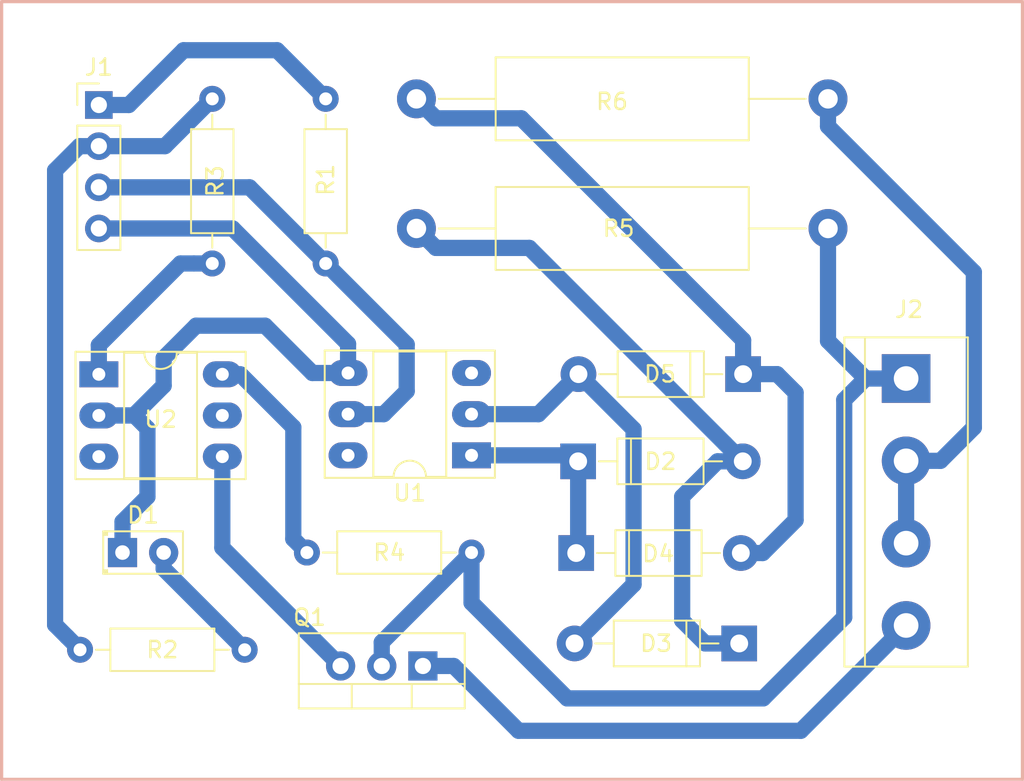
<source format=kicad_pcb>
(kicad_pcb (version 20171130) (host pcbnew 5.0.1)

  (general
    (thickness 1.6)
    (drawings 4)
    (tracks 92)
    (zones 0)
    (modules 16)
    (nets 20)
  )

  (page A4)
  (layers
    (0 F.Cu signal)
    (31 B.Cu signal)
    (32 B.Adhes user)
    (33 F.Adhes user)
    (34 B.Paste user)
    (35 F.Paste user)
    (36 B.SilkS user)
    (37 F.SilkS user)
    (38 B.Mask user)
    (39 F.Mask user)
    (40 Dwgs.User user)
    (41 Cmts.User user)
    (42 Eco1.User user)
    (43 Eco2.User user)
    (44 Edge.Cuts user)
    (45 Margin user)
    (46 B.CrtYd user)
    (47 F.CrtYd user)
    (48 B.Fab user)
    (49 F.Fab user)
  )

  (setup
    (last_trace_width 1)
    (trace_clearance 1)
    (zone_clearance 0.508)
    (zone_45_only no)
    (trace_min 0.2)
    (segment_width 0.2)
    (edge_width 0.15)
    (via_size 0.8)
    (via_drill 0.4)
    (via_min_size 0.4)
    (via_min_drill 0.3)
    (uvia_size 0.3)
    (uvia_drill 0.1)
    (uvias_allowed no)
    (uvia_min_size 0.2)
    (uvia_min_drill 0.1)
    (pcb_text_width 0.3)
    (pcb_text_size 1.5 1.5)
    (mod_edge_width 0.15)
    (mod_text_size 1 1)
    (mod_text_width 0.15)
    (pad_size 1.524 1.524)
    (pad_drill 0.762)
    (pad_to_mask_clearance 0.051)
    (solder_mask_min_width 0.25)
    (aux_axis_origin 0 0)
    (visible_elements FFFFFF7F)
    (pcbplotparams
      (layerselection 0x010fc_ffffffff)
      (usegerberextensions false)
      (usegerberattributes false)
      (usegerberadvancedattributes false)
      (creategerberjobfile false)
      (excludeedgelayer true)
      (linewidth 0.100000)
      (plotframeref false)
      (viasonmask false)
      (mode 1)
      (useauxorigin false)
      (hpglpennumber 1)
      (hpglpenspeed 20)
      (hpglpendiameter 15.000000)
      (psnegative false)
      (psa4output false)
      (plotreference true)
      (plotvalue true)
      (plotinvisibletext false)
      (padsonsilk false)
      (subtractmaskfromsilk false)
      (outputformat 1)
      (mirror false)
      (drillshape 1)
      (scaleselection 1)
      (outputdirectory ""))
  )

  (net 0 "")
  (net 1 "Net-(Q1-Pad3)")
  (net 2 VAC)
  (net 3 "Net-(J2-Pad4)")
  (net 4 "Net-(D2-Pad2)")
  (net 5 NEUT)
  (net 6 "Net-(D4-Pad2)")
  (net 7 zero-c)
  (net 8 VCC)
  (net 9 dimmer)
  (net 10 "Net-(D1-Pad2)")
  (net 11 "Net-(R3-Pad1)")
  (net 12 "Net-(R4-Pad2)")
  (net 13 GND)
  (net 14 "Net-(U1-Pad6)")
  (net 15 "Net-(U1-Pad3)")
  (net 16 "Net-(D3-Pad2)")
  (net 17 "Net-(D2-Pad1)")
  (net 18 "Net-(U2-Pad5)")
  (net 19 "Net-(U2-Pad3)")

  (net_class Default "This is the default net class."
    (clearance 1)
    (trace_width 1)
    (via_dia 0.8)
    (via_drill 0.4)
    (uvia_dia 0.3)
    (uvia_drill 0.1)
    (add_net GND)
    (add_net NEUT)
    (add_net "Net-(D1-Pad2)")
    (add_net "Net-(D2-Pad1)")
    (add_net "Net-(D2-Pad2)")
    (add_net "Net-(D3-Pad2)")
    (add_net "Net-(D4-Pad2)")
    (add_net "Net-(J2-Pad4)")
    (add_net "Net-(Q1-Pad3)")
    (add_net "Net-(R3-Pad1)")
    (add_net "Net-(R4-Pad2)")
    (add_net "Net-(U1-Pad3)")
    (add_net "Net-(U1-Pad6)")
    (add_net "Net-(U2-Pad3)")
    (add_net "Net-(U2-Pad5)")
    (add_net VAC)
    (add_net VCC)
    (add_net dimmer)
    (add_net zero-c)
  )

  (module Resistors_THT:R_Axial_DIN0207_L6.3mm_D2.5mm_P10.16mm_Horizontal (layer F.Cu) (tedit 5874F706) (tstamp 5C8056CF)
    (at 179 122 180)
    (descr "Resistor, Axial_DIN0207 series, Axial, Horizontal, pin pitch=10.16mm, 0.25W = 1/4W, length*diameter=6.3*2.5mm^2, http://cdn-reichelt.de/documents/datenblatt/B400/1_4W%23YAG.pdf")
    (tags "Resistor Axial_DIN0207 series Axial Horizontal pin pitch 10.16mm 0.25W = 1/4W length 6.3mm diameter 2.5mm")
    (path /5C806EB6)
    (fp_text reference R4 (at 5.08 0 180) (layer F.SilkS)
      (effects (font (size 1 1) (thickness 0.15)))
    )
    (fp_text value 1k (at 5.08 2.31 180) (layer F.Fab)
      (effects (font (size 1 1) (thickness 0.15)))
    )
    (fp_line (start 1.93 -1.25) (end 1.93 1.25) (layer F.Fab) (width 0.1))
    (fp_line (start 1.93 1.25) (end 8.23 1.25) (layer F.Fab) (width 0.1))
    (fp_line (start 8.23 1.25) (end 8.23 -1.25) (layer F.Fab) (width 0.1))
    (fp_line (start 8.23 -1.25) (end 1.93 -1.25) (layer F.Fab) (width 0.1))
    (fp_line (start 0 0) (end 1.93 0) (layer F.Fab) (width 0.1))
    (fp_line (start 10.16 0) (end 8.23 0) (layer F.Fab) (width 0.1))
    (fp_line (start 1.87 -1.31) (end 1.87 1.31) (layer F.SilkS) (width 0.12))
    (fp_line (start 1.87 1.31) (end 8.29 1.31) (layer F.SilkS) (width 0.12))
    (fp_line (start 8.29 1.31) (end 8.29 -1.31) (layer F.SilkS) (width 0.12))
    (fp_line (start 8.29 -1.31) (end 1.87 -1.31) (layer F.SilkS) (width 0.12))
    (fp_line (start 0.98 0) (end 1.87 0) (layer F.SilkS) (width 0.12))
    (fp_line (start 9.18 0) (end 8.29 0) (layer F.SilkS) (width 0.12))
    (fp_line (start -1.05 -1.6) (end -1.05 1.6) (layer F.CrtYd) (width 0.05))
    (fp_line (start -1.05 1.6) (end 11.25 1.6) (layer F.CrtYd) (width 0.05))
    (fp_line (start 11.25 1.6) (end 11.25 -1.6) (layer F.CrtYd) (width 0.05))
    (fp_line (start 11.25 -1.6) (end -1.05 -1.6) (layer F.CrtYd) (width 0.05))
    (pad 1 thru_hole circle (at 0 0 180) (size 1.6 1.6) (drill 0.8) (layers *.Cu *.Mask)
      (net 2 VAC))
    (pad 2 thru_hole oval (at 10.16 0 180) (size 1.6 1.6) (drill 0.8) (layers *.Cu *.Mask)
      (net 12 "Net-(R4-Pad2)"))
    (model ${KISYS3DMOD}/Resistors_THT.3dshapes/R_Axial_DIN0207_L6.3mm_D2.5mm_P10.16mm_Horizontal.wrl
      (at (xyz 0 0 0))
      (scale (xyz 0.393701 0.393701 0.393701))
      (rotate (xyz 0 0 0))
    )
  )

  (module Diodes_THT:D_DO-41_SOD81_P10.16mm_Horizontal (layer F.Cu) (tedit 5921392F) (tstamp 5C80411B)
    (at 195.52 127.61 180)
    (descr "D, DO-41_SOD81 series, Axial, Horizontal, pin pitch=10.16mm, , length*diameter=5.2*2.7mm^2, , http://www.diodes.com/_files/packages/DO-41%20(Plastic).pdf")
    (tags "D DO-41_SOD81 series Axial Horizontal pin pitch 10.16mm  length 5.2mm diameter 2.7mm")
    (path /5C7FFB65)
    (fp_text reference D3 (at 5.13 0 180) (layer F.SilkS)
      (effects (font (size 1 1) (thickness 0.15)))
    )
    (fp_text value 1N4007 (at 5.08 2.41 180) (layer F.Fab)
      (effects (font (size 1 1) (thickness 0.15)))
    )
    (fp_text user %R (at 5.08 0 180) (layer F.Fab)
      (effects (font (size 1 1) (thickness 0.15)))
    )
    (fp_line (start 2.48 -1.35) (end 2.48 1.35) (layer F.Fab) (width 0.1))
    (fp_line (start 2.48 1.35) (end 7.68 1.35) (layer F.Fab) (width 0.1))
    (fp_line (start 7.68 1.35) (end 7.68 -1.35) (layer F.Fab) (width 0.1))
    (fp_line (start 7.68 -1.35) (end 2.48 -1.35) (layer F.Fab) (width 0.1))
    (fp_line (start 0 0) (end 2.48 0) (layer F.Fab) (width 0.1))
    (fp_line (start 10.16 0) (end 7.68 0) (layer F.Fab) (width 0.1))
    (fp_line (start 3.26 -1.35) (end 3.26 1.35) (layer F.Fab) (width 0.1))
    (fp_line (start 2.42 -1.41) (end 2.42 1.41) (layer F.SilkS) (width 0.12))
    (fp_line (start 2.42 1.41) (end 7.74 1.41) (layer F.SilkS) (width 0.12))
    (fp_line (start 7.74 1.41) (end 7.74 -1.41) (layer F.SilkS) (width 0.12))
    (fp_line (start 7.74 -1.41) (end 2.42 -1.41) (layer F.SilkS) (width 0.12))
    (fp_line (start 1.28 0) (end 2.42 0) (layer F.SilkS) (width 0.12))
    (fp_line (start 8.88 0) (end 7.74 0) (layer F.SilkS) (width 0.12))
    (fp_line (start 3.26 -1.41) (end 3.26 1.41) (layer F.SilkS) (width 0.12))
    (fp_line (start -1.35 -1.7) (end -1.35 1.7) (layer F.CrtYd) (width 0.05))
    (fp_line (start -1.35 1.7) (end 11.55 1.7) (layer F.CrtYd) (width 0.05))
    (fp_line (start 11.55 1.7) (end 11.55 -1.7) (layer F.CrtYd) (width 0.05))
    (fp_line (start 11.55 -1.7) (end -1.35 -1.7) (layer F.CrtYd) (width 0.05))
    (pad 1 thru_hole rect (at 0 0 180) (size 2.2 2.2) (drill 1.1) (layers *.Cu *.Mask)
      (net 4 "Net-(D2-Pad2)"))
    (pad 2 thru_hole oval (at 10.16 0 180) (size 2.2 2.2) (drill 1.1) (layers *.Cu *.Mask)
      (net 16 "Net-(D3-Pad2)"))
    (model ${KISYS3DMOD}/Diodes_THT.3dshapes/D_DO-41_SOD81_P10.16mm_Horizontal.wrl
      (at (xyz 0 0 0))
      (scale (xyz 0.393701 0.393701 0.393701))
      (rotate (xyz 0 0 0))
    )
  )

  (module Connectors_Terminal_Blocks:TerminalBlock_bornier-4_P5.08mm (layer F.Cu) (tedit 59FF03D1) (tstamp 5C805537)
    (at 205.82 111.26 270)
    (descr "simple 4-pin terminal block, pitch 5.08mm, revamped version of bornier4")
    (tags "terminal block bornier4")
    (path /5C8004CB)
    (fp_text reference J2 (at -4.26 -0.18 180) (layer F.SilkS)
      (effects (font (size 1 1) (thickness 0.15)))
    )
    (fp_text value Conn_01x04 (at 7.6 4.75 270) (layer F.Fab)
      (effects (font (size 1 1) (thickness 0.15)))
    )
    (fp_line (start 17.97 4) (end -2.73 4) (layer F.CrtYd) (width 0.05))
    (fp_line (start 17.97 4) (end 17.97 -4) (layer F.CrtYd) (width 0.05))
    (fp_line (start -2.73 -4) (end -2.73 4) (layer F.CrtYd) (width 0.05))
    (fp_line (start -2.73 -4) (end 17.97 -4) (layer F.CrtYd) (width 0.05))
    (fp_line (start -2.54 3.81) (end 17.78 3.81) (layer F.SilkS) (width 0.12))
    (fp_line (start -2.54 -3.81) (end 17.78 -3.81) (layer F.SilkS) (width 0.12))
    (fp_line (start 17.78 2.54) (end -2.54 2.54) (layer F.SilkS) (width 0.12))
    (fp_line (start 17.78 3.81) (end 17.78 -3.81) (layer F.SilkS) (width 0.12))
    (fp_line (start -2.54 -3.81) (end -2.54 3.81) (layer F.SilkS) (width 0.12))
    (fp_line (start 17.72 3.75) (end -2.43 3.75) (layer F.Fab) (width 0.1))
    (fp_line (start 17.72 -3.75) (end 17.72 3.75) (layer F.Fab) (width 0.1))
    (fp_line (start -2.48 -3.75) (end 17.72 -3.75) (layer F.Fab) (width 0.1))
    (fp_line (start -2.48 3.75) (end -2.48 -3.75) (layer F.Fab) (width 0.1))
    (fp_line (start -2.43 3.75) (end -2.48 3.75) (layer F.Fab) (width 0.1))
    (fp_line (start -2.48 2.55) (end 17.72 2.55) (layer F.Fab) (width 0.1))
    (fp_text user %R (at 7.62 0 270) (layer F.Fab)
      (effects (font (size 1 1) (thickness 0.15)))
    )
    (pad 4 thru_hole circle (at 15.24 0 270) (size 3 3) (drill 1.52) (layers *.Cu *.Mask)
      (net 3 "Net-(J2-Pad4)"))
    (pad 1 thru_hole rect (at 0 0 270) (size 3 3) (drill 1.52) (layers *.Cu *.Mask)
      (net 2 VAC))
    (pad 3 thru_hole circle (at 10.16 0 270) (size 3 3) (drill 1.52) (layers *.Cu *.Mask)
      (net 5 NEUT))
    (pad 2 thru_hole circle (at 5.08 0 270) (size 3 3) (drill 1.52) (layers *.Cu *.Mask)
      (net 5 NEUT))
    (model ${KISYS3DMOD}/Terminal_Blocks.3dshapes/TerminalBlock_bornier-4_P5.08mm.wrl
      (offset (xyz 7.619999885559082 0 0))
      (scale (xyz 1 1 1))
      (rotate (xyz 0 0 0))
    )
  )

  (module Housings_DIP:DIP-6_W7.62mm_Socket_LongPads (layer F.Cu) (tedit 59C78D6B) (tstamp 5C803C3E)
    (at 156 111)
    (descr "6-lead though-hole mounted DIP package, row spacing 7.62 mm (300 mils), Socket, LongPads")
    (tags "THT DIP DIL PDIP 2.54mm 7.62mm 300mil Socket LongPads")
    (path /5C7FFA3C)
    (fp_text reference U2 (at 3.81 2.78) (layer F.SilkS)
      (effects (font (size 1 1) (thickness 0.15)))
    )
    (fp_text value MOC3021M (at 3.81 7.41) (layer F.Fab)
      (effects (font (size 1 1) (thickness 0.15)))
    )
    (fp_arc (start 3.81 -1.33) (end 2.81 -1.33) (angle -180) (layer F.SilkS) (width 0.12))
    (fp_line (start 1.635 -1.27) (end 6.985 -1.27) (layer F.Fab) (width 0.1))
    (fp_line (start 6.985 -1.27) (end 6.985 6.35) (layer F.Fab) (width 0.1))
    (fp_line (start 6.985 6.35) (end 0.635 6.35) (layer F.Fab) (width 0.1))
    (fp_line (start 0.635 6.35) (end 0.635 -0.27) (layer F.Fab) (width 0.1))
    (fp_line (start 0.635 -0.27) (end 1.635 -1.27) (layer F.Fab) (width 0.1))
    (fp_line (start -1.27 -1.33) (end -1.27 6.41) (layer F.Fab) (width 0.1))
    (fp_line (start -1.27 6.41) (end 8.89 6.41) (layer F.Fab) (width 0.1))
    (fp_line (start 8.89 6.41) (end 8.89 -1.33) (layer F.Fab) (width 0.1))
    (fp_line (start 8.89 -1.33) (end -1.27 -1.33) (layer F.Fab) (width 0.1))
    (fp_line (start 2.81 -1.33) (end 1.56 -1.33) (layer F.SilkS) (width 0.12))
    (fp_line (start 1.56 -1.33) (end 1.56 6.41) (layer F.SilkS) (width 0.12))
    (fp_line (start 1.56 6.41) (end 6.06 6.41) (layer F.SilkS) (width 0.12))
    (fp_line (start 6.06 6.41) (end 6.06 -1.33) (layer F.SilkS) (width 0.12))
    (fp_line (start 6.06 -1.33) (end 4.81 -1.33) (layer F.SilkS) (width 0.12))
    (fp_line (start -1.44 -1.39) (end -1.44 6.47) (layer F.SilkS) (width 0.12))
    (fp_line (start -1.44 6.47) (end 9.06 6.47) (layer F.SilkS) (width 0.12))
    (fp_line (start 9.06 6.47) (end 9.06 -1.39) (layer F.SilkS) (width 0.12))
    (fp_line (start 9.06 -1.39) (end -1.44 -1.39) (layer F.SilkS) (width 0.12))
    (fp_line (start -1.55 -1.6) (end -1.55 6.7) (layer F.CrtYd) (width 0.05))
    (fp_line (start -1.55 6.7) (end 9.15 6.7) (layer F.CrtYd) (width 0.05))
    (fp_line (start 9.15 6.7) (end 9.15 -1.6) (layer F.CrtYd) (width 0.05))
    (fp_line (start 9.15 -1.6) (end -1.55 -1.6) (layer F.CrtYd) (width 0.05))
    (fp_text user %R (at 3.81 2.54) (layer F.Fab)
      (effects (font (size 1 1) (thickness 0.15)))
    )
    (pad 1 thru_hole rect (at 0 0) (size 2.4 1.6) (drill 0.8) (layers *.Cu *.Mask)
      (net 11 "Net-(R3-Pad1)"))
    (pad 4 thru_hole oval (at 7.62 5.08) (size 2.4 1.6) (drill 0.8) (layers *.Cu *.Mask)
      (net 1 "Net-(Q1-Pad3)"))
    (pad 2 thru_hole oval (at 0 2.54) (size 2.4 1.6) (drill 0.8) (layers *.Cu *.Mask)
      (net 13 GND))
    (pad 5 thru_hole oval (at 7.62 2.54) (size 2.4 1.6) (drill 0.8) (layers *.Cu *.Mask)
      (net 18 "Net-(U2-Pad5)"))
    (pad 3 thru_hole oval (at 0 5.08) (size 2.4 1.6) (drill 0.8) (layers *.Cu *.Mask)
      (net 19 "Net-(U2-Pad3)"))
    (pad 6 thru_hole oval (at 7.62 0) (size 2.4 1.6) (drill 0.8) (layers *.Cu *.Mask)
      (net 12 "Net-(R4-Pad2)"))
    (model ${KISYS3DMOD}/Housings_DIP.3dshapes/DIP-6_W7.62mm_Socket.wrl
      (at (xyz 0 0 0))
      (scale (xyz 1 1 1))
      (rotate (xyz 0 0 0))
    )
  )

  (module Housings_DIP:DIP-6_W7.62mm_Socket_LongPads (layer F.Cu) (tedit 59C78D6B) (tstamp 5C803C1C)
    (at 179 116 180)
    (descr "6-lead though-hole mounted DIP package, row spacing 7.62 mm (300 mils), Socket, LongPads")
    (tags "THT DIP DIL PDIP 2.54mm 7.62mm 300mil Socket LongPads")
    (path /5C7FF925)
    (fp_text reference U1 (at 3.81 -2.33 180) (layer F.SilkS)
      (effects (font (size 1 1) (thickness 0.15)))
    )
    (fp_text value 4N25 (at 3.81 7.41 180) (layer F.Fab)
      (effects (font (size 1 1) (thickness 0.15)))
    )
    (fp_text user %R (at 3.81 2.54 180) (layer F.Fab)
      (effects (font (size 1 1) (thickness 0.15)))
    )
    (fp_line (start 9.15 -1.6) (end -1.55 -1.6) (layer F.CrtYd) (width 0.05))
    (fp_line (start 9.15 6.7) (end 9.15 -1.6) (layer F.CrtYd) (width 0.05))
    (fp_line (start -1.55 6.7) (end 9.15 6.7) (layer F.CrtYd) (width 0.05))
    (fp_line (start -1.55 -1.6) (end -1.55 6.7) (layer F.CrtYd) (width 0.05))
    (fp_line (start 9.06 -1.39) (end -1.44 -1.39) (layer F.SilkS) (width 0.12))
    (fp_line (start 9.06 6.47) (end 9.06 -1.39) (layer F.SilkS) (width 0.12))
    (fp_line (start -1.44 6.47) (end 9.06 6.47) (layer F.SilkS) (width 0.12))
    (fp_line (start -1.44 -1.39) (end -1.44 6.47) (layer F.SilkS) (width 0.12))
    (fp_line (start 6.06 -1.33) (end 4.81 -1.33) (layer F.SilkS) (width 0.12))
    (fp_line (start 6.06 6.41) (end 6.06 -1.33) (layer F.SilkS) (width 0.12))
    (fp_line (start 1.56 6.41) (end 6.06 6.41) (layer F.SilkS) (width 0.12))
    (fp_line (start 1.56 -1.33) (end 1.56 6.41) (layer F.SilkS) (width 0.12))
    (fp_line (start 2.81 -1.33) (end 1.56 -1.33) (layer F.SilkS) (width 0.12))
    (fp_line (start 8.89 -1.33) (end -1.27 -1.33) (layer F.Fab) (width 0.1))
    (fp_line (start 8.89 6.41) (end 8.89 -1.33) (layer F.Fab) (width 0.1))
    (fp_line (start -1.27 6.41) (end 8.89 6.41) (layer F.Fab) (width 0.1))
    (fp_line (start -1.27 -1.33) (end -1.27 6.41) (layer F.Fab) (width 0.1))
    (fp_line (start 0.635 -0.27) (end 1.635 -1.27) (layer F.Fab) (width 0.1))
    (fp_line (start 0.635 6.35) (end 0.635 -0.27) (layer F.Fab) (width 0.1))
    (fp_line (start 6.985 6.35) (end 0.635 6.35) (layer F.Fab) (width 0.1))
    (fp_line (start 6.985 -1.27) (end 6.985 6.35) (layer F.Fab) (width 0.1))
    (fp_line (start 1.635 -1.27) (end 6.985 -1.27) (layer F.Fab) (width 0.1))
    (fp_arc (start 3.81 -1.33) (end 2.81 -1.33) (angle -180) (layer F.SilkS) (width 0.12))
    (pad 6 thru_hole oval (at 7.62 0 180) (size 2.4 1.6) (drill 0.8) (layers *.Cu *.Mask)
      (net 14 "Net-(U1-Pad6)"))
    (pad 3 thru_hole oval (at 0 5.08 180) (size 2.4 1.6) (drill 0.8) (layers *.Cu *.Mask)
      (net 15 "Net-(U1-Pad3)"))
    (pad 5 thru_hole oval (at 7.62 2.54 180) (size 2.4 1.6) (drill 0.8) (layers *.Cu *.Mask)
      (net 7 zero-c))
    (pad 2 thru_hole oval (at 0 2.54 180) (size 2.4 1.6) (drill 0.8) (layers *.Cu *.Mask)
      (net 16 "Net-(D3-Pad2)"))
    (pad 4 thru_hole oval (at 7.62 5.08 180) (size 2.4 1.6) (drill 0.8) (layers *.Cu *.Mask)
      (net 13 GND))
    (pad 1 thru_hole rect (at 0 0 180) (size 2.4 1.6) (drill 0.8) (layers *.Cu *.Mask)
      (net 17 "Net-(D2-Pad1)"))
    (model ${KISYS3DMOD}/Housings_DIP.3dshapes/DIP-6_W7.62mm_Socket.wrl
      (at (xyz 0 0 0))
      (scale (xyz 1 1 1))
      (rotate (xyz 0 0 0))
    )
  )

  (module LEDs:LED_D2.0mm_W4.8mm_H2.5mm_FlatTop (layer F.Cu) (tedit 5880A862) (tstamp 5C803BFA)
    (at 157.46 122)
    (descr "LED, Round, FlatTop,  Rectangular size 4.8x2.5mm^2 diameter 2.0mm, 2 pins, http://www.kingbright.com/attachments/file/psearch/000/00/00/L-13GD(Ver.11B).pdf")
    (tags "LED Round FlatTop  Rectangular size 4.8x2.5mm^2 diameter 2.0mm 2 pins")
    (path /5C8000AE)
    (fp_text reference D1 (at 1.27 -2.31) (layer F.SilkS)
      (effects (font (size 1 1) (thickness 0.15)))
    )
    (fp_text value LED (at 1.27 2.31) (layer F.Fab)
      (effects (font (size 1 1) (thickness 0.15)))
    )
    (fp_line (start 4 -1.6) (end -1.45 -1.6) (layer F.CrtYd) (width 0.05))
    (fp_line (start 4 1.6) (end 4 -1.6) (layer F.CrtYd) (width 0.05))
    (fp_line (start -1.45 1.6) (end 4 1.6) (layer F.CrtYd) (width 0.05))
    (fp_line (start -1.45 -1.6) (end -1.45 1.6) (layer F.CrtYd) (width 0.05))
    (fp_line (start -0.95 1.08) (end -0.95 1.31) (layer F.SilkS) (width 0.12))
    (fp_line (start -0.95 -1.31) (end -0.95 -1.08) (layer F.SilkS) (width 0.12))
    (fp_line (start -1.07 1.08) (end -1.07 1.31) (layer F.SilkS) (width 0.12))
    (fp_line (start -1.07 -1.31) (end -1.07 -1.08) (layer F.SilkS) (width 0.12))
    (fp_line (start 3.73 -1.31) (end 3.73 1.31) (layer F.SilkS) (width 0.12))
    (fp_line (start -1.19 -1.31) (end -1.19 1.31) (layer F.SilkS) (width 0.12))
    (fp_line (start -1.19 1.31) (end 3.73 1.31) (layer F.SilkS) (width 0.12))
    (fp_line (start -1.19 -1.31) (end 3.73 -1.31) (layer F.SilkS) (width 0.12))
    (fp_line (start 3.67 -1.25) (end -1.13 -1.25) (layer F.Fab) (width 0.1))
    (fp_line (start 3.67 1.25) (end 3.67 -1.25) (layer F.Fab) (width 0.1))
    (fp_line (start -1.13 1.25) (end 3.67 1.25) (layer F.Fab) (width 0.1))
    (fp_line (start -1.13 -1.25) (end -1.13 1.25) (layer F.Fab) (width 0.1))
    (fp_circle (center 1.27 0) (end 2.27 0) (layer F.Fab) (width 0.1))
    (pad 2 thru_hole circle (at 2.54 0) (size 1.8 1.8) (drill 0.9) (layers *.Cu *.Mask)
      (net 10 "Net-(D1-Pad2)"))
    (pad 1 thru_hole rect (at 0 0) (size 1.8 1.8) (drill 0.9) (layers *.Cu *.Mask)
      (net 13 GND))
    (model ${KISYS3DMOD}/LEDs.3dshapes/LED_D2.0mm_W4.8mm_H2.5mm_FlatTop.wrl
      (at (xyz 0 0 0))
      (scale (xyz 0.393701 0.393701 0.393701))
      (rotate (xyz 0 0 0))
    )
  )

  (module Pin_Headers:Pin_Header_Straight_1x04_Pitch2.54mm (layer F.Cu) (tedit 59650532) (tstamp 5C8057BB)
    (at 156 94.38)
    (descr "Through hole straight pin header, 1x04, 2.54mm pitch, single row")
    (tags "Through hole pin header THT 1x04 2.54mm single row")
    (path /5C8006E5)
    (fp_text reference J1 (at 0 -2.33) (layer F.SilkS)
      (effects (font (size 1 1) (thickness 0.15)))
    )
    (fp_text value Conn_01x04 (at -3 3.62 90) (layer F.Fab)
      (effects (font (size 1 1) (thickness 0.15)))
    )
    (fp_text user %R (at 0 3.81 90) (layer F.Fab)
      (effects (font (size 1 1) (thickness 0.15)))
    )
    (fp_line (start 1.8 -1.8) (end -1.8 -1.8) (layer F.CrtYd) (width 0.05))
    (fp_line (start 1.8 9.4) (end 1.8 -1.8) (layer F.CrtYd) (width 0.05))
    (fp_line (start -1.8 9.4) (end 1.8 9.4) (layer F.CrtYd) (width 0.05))
    (fp_line (start -1.8 -1.8) (end -1.8 9.4) (layer F.CrtYd) (width 0.05))
    (fp_line (start -1.33 -1.33) (end 0 -1.33) (layer F.SilkS) (width 0.12))
    (fp_line (start -1.33 0) (end -1.33 -1.33) (layer F.SilkS) (width 0.12))
    (fp_line (start -1.33 1.27) (end 1.33 1.27) (layer F.SilkS) (width 0.12))
    (fp_line (start 1.33 1.27) (end 1.33 8.95) (layer F.SilkS) (width 0.12))
    (fp_line (start -1.33 1.27) (end -1.33 8.95) (layer F.SilkS) (width 0.12))
    (fp_line (start -1.33 8.95) (end 1.33 8.95) (layer F.SilkS) (width 0.12))
    (fp_line (start -1.27 -0.635) (end -0.635 -1.27) (layer F.Fab) (width 0.1))
    (fp_line (start -1.27 8.89) (end -1.27 -0.635) (layer F.Fab) (width 0.1))
    (fp_line (start 1.27 8.89) (end -1.27 8.89) (layer F.Fab) (width 0.1))
    (fp_line (start 1.27 -1.27) (end 1.27 8.89) (layer F.Fab) (width 0.1))
    (fp_line (start -0.635 -1.27) (end 1.27 -1.27) (layer F.Fab) (width 0.1))
    (pad 4 thru_hole oval (at 0 7.62) (size 1.7 1.7) (drill 1) (layers *.Cu *.Mask)
      (net 13 GND))
    (pad 3 thru_hole oval (at 0 5.08) (size 1.7 1.7) (drill 1) (layers *.Cu *.Mask)
      (net 7 zero-c))
    (pad 2 thru_hole oval (at 0 2.54) (size 1.7 1.7) (drill 1) (layers *.Cu *.Mask)
      (net 9 dimmer))
    (pad 1 thru_hole rect (at 0 0) (size 1.7 1.7) (drill 1) (layers *.Cu *.Mask)
      (net 8 VCC))
    (model ${KISYS3DMOD}/Pin_Headers.3dshapes/Pin_Header_Straight_1x04_Pitch2.54mm.wrl
      (at (xyz 0 0 0))
      (scale (xyz 1 1 1))
      (rotate (xyz 0 0 0))
    )
  )

  (module TO_SOT_Packages_THT:TO-220-3_Vertical (layer F.Cu) (tedit 58CE52AD) (tstamp 5C803B57)
    (at 176 129 180)
    (descr "TO-220-3, Vertical, RM 2.54mm")
    (tags "TO-220-3 Vertical RM 2.54mm")
    (path /5C804ECB)
    (fp_text reference Q1 (at 7 3 180) (layer F.SilkS)
      (effects (font (size 1 1) (thickness 0.15)))
    )
    (fp_text value TIC216 (at 2.54 3.92 180) (layer F.Fab)
      (effects (font (size 1 1) (thickness 0.15)))
    )
    (fp_line (start 7.79 -2.75) (end -2.71 -2.75) (layer F.CrtYd) (width 0.05))
    (fp_line (start 7.79 2.16) (end 7.79 -2.75) (layer F.CrtYd) (width 0.05))
    (fp_line (start -2.71 2.16) (end 7.79 2.16) (layer F.CrtYd) (width 0.05))
    (fp_line (start -2.71 -2.75) (end -2.71 2.16) (layer F.CrtYd) (width 0.05))
    (fp_line (start 4.391 -2.62) (end 4.391 -1.11) (layer F.SilkS) (width 0.12))
    (fp_line (start 0.69 -2.62) (end 0.69 -1.11) (layer F.SilkS) (width 0.12))
    (fp_line (start -2.58 -1.11) (end 7.66 -1.11) (layer F.SilkS) (width 0.12))
    (fp_line (start 7.66 -2.62) (end 7.66 2.021) (layer F.SilkS) (width 0.12))
    (fp_line (start -2.58 -2.62) (end -2.58 2.021) (layer F.SilkS) (width 0.12))
    (fp_line (start -2.58 2.021) (end 7.66 2.021) (layer F.SilkS) (width 0.12))
    (fp_line (start -2.58 -2.62) (end 7.66 -2.62) (layer F.SilkS) (width 0.12))
    (fp_line (start 4.39 -2.5) (end 4.39 -1.23) (layer F.Fab) (width 0.1))
    (fp_line (start 0.69 -2.5) (end 0.69 -1.23) (layer F.Fab) (width 0.1))
    (fp_line (start -2.46 -1.23) (end 7.54 -1.23) (layer F.Fab) (width 0.1))
    (fp_line (start 7.54 -2.5) (end -2.46 -2.5) (layer F.Fab) (width 0.1))
    (fp_line (start 7.54 1.9) (end 7.54 -2.5) (layer F.Fab) (width 0.1))
    (fp_line (start -2.46 1.9) (end 7.54 1.9) (layer F.Fab) (width 0.1))
    (fp_line (start -2.46 -2.5) (end -2.46 1.9) (layer F.Fab) (width 0.1))
    (fp_text user %R (at 2.54 -3.62 180) (layer F.Fab)
      (effects (font (size 1 1) (thickness 0.15)))
    )
    (pad 3 thru_hole oval (at 5.08 0 180) (size 1.8 1.8) (drill 1) (layers *.Cu *.Mask)
      (net 1 "Net-(Q1-Pad3)"))
    (pad 2 thru_hole oval (at 2.54 0 180) (size 1.8 1.8) (drill 1) (layers *.Cu *.Mask)
      (net 2 VAC))
    (pad 1 thru_hole rect (at 0 0 180) (size 1.8 1.8) (drill 1) (layers *.Cu *.Mask)
      (net 3 "Net-(J2-Pad4)"))
    (model ${KISYS3DMOD}/TO_SOT_Packages_THT.3dshapes/TO-220-3_Vertical.wrl
      (offset (xyz 2.539999961853027 0 0))
      (scale (xyz 0.393701 0.393701 0.393701))
      (rotate (xyz 0 0 0))
    )
  )

  (module Resistors_THT:R_Axial_DIN0207_L6.3mm_D2.5mm_P10.16mm_Horizontal (layer F.Cu) (tedit 5874F706) (tstamp 5C803F14)
    (at 170 94 270)
    (descr "Resistor, Axial_DIN0207 series, Axial, Horizontal, pin pitch=10.16mm, 0.25W = 1/4W, length*diameter=6.3*2.5mm^2, http://cdn-reichelt.de/documents/datenblatt/B400/1_4W%23YAG.pdf")
    (tags "Resistor Axial_DIN0207 series Axial Horizontal pin pitch 10.16mm 0.25W = 1/4W length 6.3mm diameter 2.5mm")
    (path /5C7FFFCC)
    (fp_text reference R1 (at 5 0 270) (layer F.SilkS)
      (effects (font (size 1 1) (thickness 0.15)))
    )
    (fp_text value 1k (at 5.08 2.31 270) (layer F.Fab)
      (effects (font (size 1 1) (thickness 0.15)))
    )
    (fp_line (start 11.25 -1.6) (end -1.05 -1.6) (layer F.CrtYd) (width 0.05))
    (fp_line (start 11.25 1.6) (end 11.25 -1.6) (layer F.CrtYd) (width 0.05))
    (fp_line (start -1.05 1.6) (end 11.25 1.6) (layer F.CrtYd) (width 0.05))
    (fp_line (start -1.05 -1.6) (end -1.05 1.6) (layer F.CrtYd) (width 0.05))
    (fp_line (start 9.18 0) (end 8.29 0) (layer F.SilkS) (width 0.12))
    (fp_line (start 0.98 0) (end 1.87 0) (layer F.SilkS) (width 0.12))
    (fp_line (start 8.29 -1.31) (end 1.87 -1.31) (layer F.SilkS) (width 0.12))
    (fp_line (start 8.29 1.31) (end 8.29 -1.31) (layer F.SilkS) (width 0.12))
    (fp_line (start 1.87 1.31) (end 8.29 1.31) (layer F.SilkS) (width 0.12))
    (fp_line (start 1.87 -1.31) (end 1.87 1.31) (layer F.SilkS) (width 0.12))
    (fp_line (start 10.16 0) (end 8.23 0) (layer F.Fab) (width 0.1))
    (fp_line (start 0 0) (end 1.93 0) (layer F.Fab) (width 0.1))
    (fp_line (start 8.23 -1.25) (end 1.93 -1.25) (layer F.Fab) (width 0.1))
    (fp_line (start 8.23 1.25) (end 8.23 -1.25) (layer F.Fab) (width 0.1))
    (fp_line (start 1.93 1.25) (end 8.23 1.25) (layer F.Fab) (width 0.1))
    (fp_line (start 1.93 -1.25) (end 1.93 1.25) (layer F.Fab) (width 0.1))
    (pad 2 thru_hole oval (at 10.16 0 270) (size 1.6 1.6) (drill 0.8) (layers *.Cu *.Mask)
      (net 7 zero-c))
    (pad 1 thru_hole circle (at 0 0 270) (size 1.6 1.6) (drill 0.8) (layers *.Cu *.Mask)
      (net 8 VCC))
    (model ${KISYS3DMOD}/Resistors_THT.3dshapes/R_Axial_DIN0207_L6.3mm_D2.5mm_P10.16mm_Horizontal.wrl
      (at (xyz 0 0 0))
      (scale (xyz 0.393701 0.393701 0.393701))
      (rotate (xyz 0 0 0))
    )
  )

  (module Resistors_THT:R_Axial_DIN0207_L6.3mm_D2.5mm_P10.16mm_Horizontal (layer F.Cu) (tedit 5874F706) (tstamp 5C80481D)
    (at 154.84 128)
    (descr "Resistor, Axial_DIN0207 series, Axial, Horizontal, pin pitch=10.16mm, 0.25W = 1/4W, length*diameter=6.3*2.5mm^2, http://cdn-reichelt.de/documents/datenblatt/B400/1_4W%23YAG.pdf")
    (tags "Resistor Axial_DIN0207 series Axial Horizontal pin pitch 10.16mm 0.25W = 1/4W length 6.3mm diameter 2.5mm")
    (path /5C7FFEE5)
    (fp_text reference R2 (at 5.08 0) (layer F.SilkS)
      (effects (font (size 1 1) (thickness 0.15)))
    )
    (fp_text value 470 (at 5.08 2.31) (layer F.Fab)
      (effects (font (size 1 1) (thickness 0.15)))
    )
    (fp_line (start 11.25 -1.6) (end -1.05 -1.6) (layer F.CrtYd) (width 0.05))
    (fp_line (start 11.25 1.6) (end 11.25 -1.6) (layer F.CrtYd) (width 0.05))
    (fp_line (start -1.05 1.6) (end 11.25 1.6) (layer F.CrtYd) (width 0.05))
    (fp_line (start -1.05 -1.6) (end -1.05 1.6) (layer F.CrtYd) (width 0.05))
    (fp_line (start 9.18 0) (end 8.29 0) (layer F.SilkS) (width 0.12))
    (fp_line (start 0.98 0) (end 1.87 0) (layer F.SilkS) (width 0.12))
    (fp_line (start 8.29 -1.31) (end 1.87 -1.31) (layer F.SilkS) (width 0.12))
    (fp_line (start 8.29 1.31) (end 8.29 -1.31) (layer F.SilkS) (width 0.12))
    (fp_line (start 1.87 1.31) (end 8.29 1.31) (layer F.SilkS) (width 0.12))
    (fp_line (start 1.87 -1.31) (end 1.87 1.31) (layer F.SilkS) (width 0.12))
    (fp_line (start 10.16 0) (end 8.23 0) (layer F.Fab) (width 0.1))
    (fp_line (start 0 0) (end 1.93 0) (layer F.Fab) (width 0.1))
    (fp_line (start 8.23 -1.25) (end 1.93 -1.25) (layer F.Fab) (width 0.1))
    (fp_line (start 8.23 1.25) (end 8.23 -1.25) (layer F.Fab) (width 0.1))
    (fp_line (start 1.93 1.25) (end 8.23 1.25) (layer F.Fab) (width 0.1))
    (fp_line (start 1.93 -1.25) (end 1.93 1.25) (layer F.Fab) (width 0.1))
    (pad 2 thru_hole oval (at 10.16 0) (size 1.6 1.6) (drill 0.8) (layers *.Cu *.Mask)
      (net 10 "Net-(D1-Pad2)"))
    (pad 1 thru_hole circle (at 0 0) (size 1.6 1.6) (drill 0.8) (layers *.Cu *.Mask)
      (net 9 dimmer))
    (model ${KISYS3DMOD}/Resistors_THT.3dshapes/R_Axial_DIN0207_L6.3mm_D2.5mm_P10.16mm_Horizontal.wrl
      (at (xyz 0 0 0))
      (scale (xyz 0.393701 0.393701 0.393701))
      (rotate (xyz 0 0 0))
    )
  )

  (module Resistors_THT:R_Axial_DIN0207_L6.3mm_D2.5mm_P10.16mm_Horizontal (layer F.Cu) (tedit 5874F706) (tstamp 5C803F40)
    (at 163 104.16 90)
    (descr "Resistor, Axial_DIN0207 series, Axial, Horizontal, pin pitch=10.16mm, 0.25W = 1/4W, length*diameter=6.3*2.5mm^2, http://cdn-reichelt.de/documents/datenblatt/B400/1_4W%23YAG.pdf")
    (tags "Resistor Axial_DIN0207 series Axial Horizontal pin pitch 10.16mm 0.25W = 1/4W length 6.3mm diameter 2.5mm")
    (path /5C7FFF35)
    (fp_text reference R3 (at 5.08 0.18 90) (layer F.SilkS)
      (effects (font (size 1 1) (thickness 0.15)))
    )
    (fp_text value 330 (at 5.08 2.31 90) (layer F.Fab)
      (effects (font (size 1 1) (thickness 0.15)))
    )
    (fp_line (start 1.93 -1.25) (end 1.93 1.25) (layer F.Fab) (width 0.1))
    (fp_line (start 1.93 1.25) (end 8.23 1.25) (layer F.Fab) (width 0.1))
    (fp_line (start 8.23 1.25) (end 8.23 -1.25) (layer F.Fab) (width 0.1))
    (fp_line (start 8.23 -1.25) (end 1.93 -1.25) (layer F.Fab) (width 0.1))
    (fp_line (start 0 0) (end 1.93 0) (layer F.Fab) (width 0.1))
    (fp_line (start 10.16 0) (end 8.23 0) (layer F.Fab) (width 0.1))
    (fp_line (start 1.87 -1.31) (end 1.87 1.31) (layer F.SilkS) (width 0.12))
    (fp_line (start 1.87 1.31) (end 8.29 1.31) (layer F.SilkS) (width 0.12))
    (fp_line (start 8.29 1.31) (end 8.29 -1.31) (layer F.SilkS) (width 0.12))
    (fp_line (start 8.29 -1.31) (end 1.87 -1.31) (layer F.SilkS) (width 0.12))
    (fp_line (start 0.98 0) (end 1.87 0) (layer F.SilkS) (width 0.12))
    (fp_line (start 9.18 0) (end 8.29 0) (layer F.SilkS) (width 0.12))
    (fp_line (start -1.05 -1.6) (end -1.05 1.6) (layer F.CrtYd) (width 0.05))
    (fp_line (start -1.05 1.6) (end 11.25 1.6) (layer F.CrtYd) (width 0.05))
    (fp_line (start 11.25 1.6) (end 11.25 -1.6) (layer F.CrtYd) (width 0.05))
    (fp_line (start 11.25 -1.6) (end -1.05 -1.6) (layer F.CrtYd) (width 0.05))
    (pad 1 thru_hole circle (at 0 0 90) (size 1.6 1.6) (drill 0.8) (layers *.Cu *.Mask)
      (net 11 "Net-(R3-Pad1)"))
    (pad 2 thru_hole oval (at 10.16 0 90) (size 1.6 1.6) (drill 0.8) (layers *.Cu *.Mask)
      (net 9 dimmer))
    (model ${KISYS3DMOD}/Resistors_THT.3dshapes/R_Axial_DIN0207_L6.3mm_D2.5mm_P10.16mm_Horizontal.wrl
      (at (xyz 0 0 0))
      (scale (xyz 0.393701 0.393701 0.393701))
      (rotate (xyz 0 0 0))
    )
  )

  (module Diodes_THT:D_DO-41_SOD81_P10.16mm_Horizontal (layer F.Cu) (tedit 5921392F) (tstamp 5C804102)
    (at 185.58 116.37)
    (descr "D, DO-41_SOD81 series, Axial, Horizontal, pin pitch=10.16mm, , length*diameter=5.2*2.7mm^2, , http://www.diodes.com/_files/packages/DO-41%20(Plastic).pdf")
    (tags "D DO-41_SOD81 series Axial Horizontal pin pitch 10.16mm  length 5.2mm diameter 2.7mm")
    (path /5C7FFB18)
    (fp_text reference D2 (at 5.08 0.01) (layer F.SilkS)
      (effects (font (size 1 1) (thickness 0.15)))
    )
    (fp_text value 1N4007 (at 5.26 -2.45) (layer F.Fab)
      (effects (font (size 1 1) (thickness 0.15)))
    )
    (fp_line (start 11.55 -1.7) (end -1.35 -1.7) (layer F.CrtYd) (width 0.05))
    (fp_line (start 11.55 1.7) (end 11.55 -1.7) (layer F.CrtYd) (width 0.05))
    (fp_line (start -1.35 1.7) (end 11.55 1.7) (layer F.CrtYd) (width 0.05))
    (fp_line (start -1.35 -1.7) (end -1.35 1.7) (layer F.CrtYd) (width 0.05))
    (fp_line (start 3.26 -1.41) (end 3.26 1.41) (layer F.SilkS) (width 0.12))
    (fp_line (start 8.88 0) (end 7.74 0) (layer F.SilkS) (width 0.12))
    (fp_line (start 1.28 0) (end 2.42 0) (layer F.SilkS) (width 0.12))
    (fp_line (start 7.74 -1.41) (end 2.42 -1.41) (layer F.SilkS) (width 0.12))
    (fp_line (start 7.74 1.41) (end 7.74 -1.41) (layer F.SilkS) (width 0.12))
    (fp_line (start 2.42 1.41) (end 7.74 1.41) (layer F.SilkS) (width 0.12))
    (fp_line (start 2.42 -1.41) (end 2.42 1.41) (layer F.SilkS) (width 0.12))
    (fp_line (start 3.26 -1.35) (end 3.26 1.35) (layer F.Fab) (width 0.1))
    (fp_line (start 10.16 0) (end 7.68 0) (layer F.Fab) (width 0.1))
    (fp_line (start 0 0) (end 2.48 0) (layer F.Fab) (width 0.1))
    (fp_line (start 7.68 -1.35) (end 2.48 -1.35) (layer F.Fab) (width 0.1))
    (fp_line (start 7.68 1.35) (end 7.68 -1.35) (layer F.Fab) (width 0.1))
    (fp_line (start 2.48 1.35) (end 7.68 1.35) (layer F.Fab) (width 0.1))
    (fp_line (start 2.48 -1.35) (end 2.48 1.35) (layer F.Fab) (width 0.1))
    (fp_text user %R (at 5.08 0) (layer F.Fab)
      (effects (font (size 1 1) (thickness 0.15)))
    )
    (pad 2 thru_hole oval (at 10.16 0) (size 2.2 2.2) (drill 1.1) (layers *.Cu *.Mask)
      (net 4 "Net-(D2-Pad2)"))
    (pad 1 thru_hole rect (at 0 0) (size 2.2 2.2) (drill 1.1) (layers *.Cu *.Mask)
      (net 17 "Net-(D2-Pad1)"))
    (model ${KISYS3DMOD}/Diodes_THT.3dshapes/D_DO-41_SOD81_P10.16mm_Horizontal.wrl
      (at (xyz 0 0 0))
      (scale (xyz 0.393701 0.393701 0.393701))
      (rotate (xyz 0 0 0))
    )
  )

  (module Diodes_THT:D_DO-41_SOD81_P10.16mm_Horizontal (layer F.Cu) (tedit 5921392F) (tstamp 5C804134)
    (at 185.46 122.03)
    (descr "D, DO-41_SOD81 series, Axial, Horizontal, pin pitch=10.16mm, , length*diameter=5.2*2.7mm^2, , http://www.diodes.com/_files/packages/DO-41%20(Plastic).pdf")
    (tags "D DO-41_SOD81 series Axial Horizontal pin pitch 10.16mm  length 5.2mm diameter 2.7mm")
    (path /5C7FFB99)
    (fp_text reference D4 (at 5.06 0.04) (layer F.SilkS)
      (effects (font (size 1 1) (thickness 0.15)))
    )
    (fp_text value 1N4007 (at 5.38 -2.52) (layer F.Fab)
      (effects (font (size 1 1) (thickness 0.15)))
    )
    (fp_line (start 11.55 -1.7) (end -1.35 -1.7) (layer F.CrtYd) (width 0.05))
    (fp_line (start 11.55 1.7) (end 11.55 -1.7) (layer F.CrtYd) (width 0.05))
    (fp_line (start -1.35 1.7) (end 11.55 1.7) (layer F.CrtYd) (width 0.05))
    (fp_line (start -1.35 -1.7) (end -1.35 1.7) (layer F.CrtYd) (width 0.05))
    (fp_line (start 3.26 -1.41) (end 3.26 1.41) (layer F.SilkS) (width 0.12))
    (fp_line (start 8.88 0) (end 7.74 0) (layer F.SilkS) (width 0.12))
    (fp_line (start 1.28 0) (end 2.42 0) (layer F.SilkS) (width 0.12))
    (fp_line (start 7.74 -1.41) (end 2.42 -1.41) (layer F.SilkS) (width 0.12))
    (fp_line (start 7.74 1.41) (end 7.74 -1.41) (layer F.SilkS) (width 0.12))
    (fp_line (start 2.42 1.41) (end 7.74 1.41) (layer F.SilkS) (width 0.12))
    (fp_line (start 2.42 -1.41) (end 2.42 1.41) (layer F.SilkS) (width 0.12))
    (fp_line (start 3.26 -1.35) (end 3.26 1.35) (layer F.Fab) (width 0.1))
    (fp_line (start 10.16 0) (end 7.68 0) (layer F.Fab) (width 0.1))
    (fp_line (start 0 0) (end 2.48 0) (layer F.Fab) (width 0.1))
    (fp_line (start 7.68 -1.35) (end 2.48 -1.35) (layer F.Fab) (width 0.1))
    (fp_line (start 7.68 1.35) (end 7.68 -1.35) (layer F.Fab) (width 0.1))
    (fp_line (start 2.48 1.35) (end 7.68 1.35) (layer F.Fab) (width 0.1))
    (fp_line (start 2.48 -1.35) (end 2.48 1.35) (layer F.Fab) (width 0.1))
    (fp_text user %R (at 5.08 0) (layer F.Fab)
      (effects (font (size 1 1) (thickness 0.15)))
    )
    (pad 2 thru_hole oval (at 10.16 0) (size 2.2 2.2) (drill 1.1) (layers *.Cu *.Mask)
      (net 6 "Net-(D4-Pad2)"))
    (pad 1 thru_hole rect (at 0 0) (size 2.2 2.2) (drill 1.1) (layers *.Cu *.Mask)
      (net 17 "Net-(D2-Pad1)"))
    (model ${KISYS3DMOD}/Diodes_THT.3dshapes/D_DO-41_SOD81_P10.16mm_Horizontal.wrl
      (at (xyz 0 0 0))
      (scale (xyz 0.393701 0.393701 0.393701))
      (rotate (xyz 0 0 0))
    )
  )

  (module Diodes_THT:D_DO-41_SOD81_P10.16mm_Horizontal (layer F.Cu) (tedit 5921392F) (tstamp 5C80414D)
    (at 195.76 110.99 180)
    (descr "D, DO-41_SOD81 series, Axial, Horizontal, pin pitch=10.16mm, , length*diameter=5.2*2.7mm^2, , http://www.diodes.com/_files/packages/DO-41%20(Plastic).pdf")
    (tags "D DO-41_SOD81 series Axial Horizontal pin pitch 10.16mm  length 5.2mm diameter 2.7mm")
    (path /5C7FFBFE)
    (fp_text reference D5 (at 5.13 0 180) (layer F.SilkS)
      (effects (font (size 1 1) (thickness 0.15)))
    )
    (fp_text value 1N4007 (at 5.08 2.41 180) (layer F.Fab)
      (effects (font (size 1 1) (thickness 0.15)))
    )
    (fp_text user %R (at 5.08 0 180) (layer F.Fab)
      (effects (font (size 1 1) (thickness 0.15)))
    )
    (fp_line (start 2.48 -1.35) (end 2.48 1.35) (layer F.Fab) (width 0.1))
    (fp_line (start 2.48 1.35) (end 7.68 1.35) (layer F.Fab) (width 0.1))
    (fp_line (start 7.68 1.35) (end 7.68 -1.35) (layer F.Fab) (width 0.1))
    (fp_line (start 7.68 -1.35) (end 2.48 -1.35) (layer F.Fab) (width 0.1))
    (fp_line (start 0 0) (end 2.48 0) (layer F.Fab) (width 0.1))
    (fp_line (start 10.16 0) (end 7.68 0) (layer F.Fab) (width 0.1))
    (fp_line (start 3.26 -1.35) (end 3.26 1.35) (layer F.Fab) (width 0.1))
    (fp_line (start 2.42 -1.41) (end 2.42 1.41) (layer F.SilkS) (width 0.12))
    (fp_line (start 2.42 1.41) (end 7.74 1.41) (layer F.SilkS) (width 0.12))
    (fp_line (start 7.74 1.41) (end 7.74 -1.41) (layer F.SilkS) (width 0.12))
    (fp_line (start 7.74 -1.41) (end 2.42 -1.41) (layer F.SilkS) (width 0.12))
    (fp_line (start 1.28 0) (end 2.42 0) (layer F.SilkS) (width 0.12))
    (fp_line (start 8.88 0) (end 7.74 0) (layer F.SilkS) (width 0.12))
    (fp_line (start 3.26 -1.41) (end 3.26 1.41) (layer F.SilkS) (width 0.12))
    (fp_line (start -1.35 -1.7) (end -1.35 1.7) (layer F.CrtYd) (width 0.05))
    (fp_line (start -1.35 1.7) (end 11.55 1.7) (layer F.CrtYd) (width 0.05))
    (fp_line (start 11.55 1.7) (end 11.55 -1.7) (layer F.CrtYd) (width 0.05))
    (fp_line (start 11.55 -1.7) (end -1.35 -1.7) (layer F.CrtYd) (width 0.05))
    (pad 1 thru_hole rect (at 0 0 180) (size 2.2 2.2) (drill 1.1) (layers *.Cu *.Mask)
      (net 6 "Net-(D4-Pad2)"))
    (pad 2 thru_hole oval (at 10.16 0 180) (size 2.2 2.2) (drill 1.1) (layers *.Cu *.Mask)
      (net 16 "Net-(D3-Pad2)"))
    (model ${KISYS3DMOD}/Diodes_THT.3dshapes/D_DO-41_SOD81_P10.16mm_Horizontal.wrl
      (at (xyz 0 0 0))
      (scale (xyz 0.393701 0.393701 0.393701))
      (rotate (xyz 0 0 0))
    )
  )

  (module Resistors_THT:R_Axial_DIN0516_L15.5mm_D5.0mm_P25.40mm_Horizontal (layer F.Cu) (tedit 5874F706) (tstamp 5C8042A1)
    (at 201 102 180)
    (descr "Resistor, Axial_DIN0516 series, Axial, Horizontal, pin pitch=25.4mm, 2W, length*diameter=15.5*5mm^2, http://cdn-reichelt.de/documents/datenblatt/B400/1_4W%23YAG.pdf")
    (tags "Resistor Axial_DIN0516 series Axial Horizontal pin pitch 25.4mm 2W length 15.5mm diameter 5mm")
    (path /5C80001F)
    (fp_text reference R5 (at 12.92 0 180) (layer F.SilkS)
      (effects (font (size 1 1) (thickness 0.15)))
    )
    (fp_text value 30k/1W (at 12.8 -1.7 180) (layer F.Fab)
      (effects (font (size 1 1) (thickness 0.15)))
    )
    (fp_line (start 4.95 -2.5) (end 4.95 2.5) (layer F.Fab) (width 0.1))
    (fp_line (start 4.95 2.5) (end 20.45 2.5) (layer F.Fab) (width 0.1))
    (fp_line (start 20.45 2.5) (end 20.45 -2.5) (layer F.Fab) (width 0.1))
    (fp_line (start 20.45 -2.5) (end 4.95 -2.5) (layer F.Fab) (width 0.1))
    (fp_line (start 0 0) (end 4.95 0) (layer F.Fab) (width 0.1))
    (fp_line (start 25.4 0) (end 20.45 0) (layer F.Fab) (width 0.1))
    (fp_line (start 4.89 -2.56) (end 4.89 2.56) (layer F.SilkS) (width 0.12))
    (fp_line (start 4.89 2.56) (end 20.51 2.56) (layer F.SilkS) (width 0.12))
    (fp_line (start 20.51 2.56) (end 20.51 -2.56) (layer F.SilkS) (width 0.12))
    (fp_line (start 20.51 -2.56) (end 4.89 -2.56) (layer F.SilkS) (width 0.12))
    (fp_line (start 1.38 0) (end 4.89 0) (layer F.SilkS) (width 0.12))
    (fp_line (start 24.02 0) (end 20.51 0) (layer F.SilkS) (width 0.12))
    (fp_line (start -1.45 -2.85) (end -1.45 2.85) (layer F.CrtYd) (width 0.05))
    (fp_line (start -1.45 2.85) (end 26.85 2.85) (layer F.CrtYd) (width 0.05))
    (fp_line (start 26.85 2.85) (end 26.85 -2.85) (layer F.CrtYd) (width 0.05))
    (fp_line (start 26.85 -2.85) (end -1.45 -2.85) (layer F.CrtYd) (width 0.05))
    (pad 1 thru_hole circle (at 0 0 180) (size 2.4 2.4) (drill 1.2) (layers *.Cu *.Mask)
      (net 2 VAC))
    (pad 2 thru_hole oval (at 25.4 0 180) (size 2.4 2.4) (drill 1.2) (layers *.Cu *.Mask)
      (net 4 "Net-(D2-Pad2)"))
    (model ${KISYS3DMOD}/Resistors_THT.3dshapes/R_Axial_DIN0516_L15.5mm_D5.0mm_P25.40mm_Horizontal.wrl
      (at (xyz 0 0 0))
      (scale (xyz 0.393701 0.393701 0.393701))
      (rotate (xyz 0 0 0))
    )
  )

  (module Resistors_THT:R_Axial_DIN0516_L15.5mm_D5.0mm_P25.40mm_Horizontal (layer F.Cu) (tedit 5874F706) (tstamp 5C8042B7)
    (at 201 94 180)
    (descr "Resistor, Axial_DIN0516 series, Axial, Horizontal, pin pitch=25.4mm, 2W, length*diameter=15.5*5mm^2, http://cdn-reichelt.de/documents/datenblatt/B400/1_4W%23YAG.pdf")
    (tags "Resistor Axial_DIN0516 series Axial Horizontal pin pitch 25.4mm 2W length 15.5mm diameter 5mm")
    (path /5C7FFF7E)
    (fp_text reference R6 (at 13.33 -0.17 180) (layer F.SilkS)
      (effects (font (size 1 1) (thickness 0.15)))
    )
    (fp_text value 30k/1W (at 13.1 -1.68 180) (layer F.Fab)
      (effects (font (size 1 1) (thickness 0.15)))
    )
    (fp_line (start 26.85 -2.85) (end -1.45 -2.85) (layer F.CrtYd) (width 0.05))
    (fp_line (start 26.85 2.85) (end 26.85 -2.85) (layer F.CrtYd) (width 0.05))
    (fp_line (start -1.45 2.85) (end 26.85 2.85) (layer F.CrtYd) (width 0.05))
    (fp_line (start -1.45 -2.85) (end -1.45 2.85) (layer F.CrtYd) (width 0.05))
    (fp_line (start 24.02 0) (end 20.51 0) (layer F.SilkS) (width 0.12))
    (fp_line (start 1.38 0) (end 4.89 0) (layer F.SilkS) (width 0.12))
    (fp_line (start 20.51 -2.56) (end 4.89 -2.56) (layer F.SilkS) (width 0.12))
    (fp_line (start 20.51 2.56) (end 20.51 -2.56) (layer F.SilkS) (width 0.12))
    (fp_line (start 4.89 2.56) (end 20.51 2.56) (layer F.SilkS) (width 0.12))
    (fp_line (start 4.89 -2.56) (end 4.89 2.56) (layer F.SilkS) (width 0.12))
    (fp_line (start 25.4 0) (end 20.45 0) (layer F.Fab) (width 0.1))
    (fp_line (start 0 0) (end 4.95 0) (layer F.Fab) (width 0.1))
    (fp_line (start 20.45 -2.5) (end 4.95 -2.5) (layer F.Fab) (width 0.1))
    (fp_line (start 20.45 2.5) (end 20.45 -2.5) (layer F.Fab) (width 0.1))
    (fp_line (start 4.95 2.5) (end 20.45 2.5) (layer F.Fab) (width 0.1))
    (fp_line (start 4.95 -2.5) (end 4.95 2.5) (layer F.Fab) (width 0.1))
    (pad 2 thru_hole oval (at 25.4 0 180) (size 2.4 2.4) (drill 1.2) (layers *.Cu *.Mask)
      (net 6 "Net-(D4-Pad2)"))
    (pad 1 thru_hole circle (at 0 0 180) (size 2.4 2.4) (drill 1.2) (layers *.Cu *.Mask)
      (net 5 NEUT))
    (model ${KISYS3DMOD}/Resistors_THT.3dshapes/R_Axial_DIN0516_L15.5mm_D5.0mm_P25.40mm_Horizontal.wrl
      (at (xyz 0 0 0))
      (scale (xyz 0.393701 0.393701 0.393701))
      (rotate (xyz 0 0 0))
    )
  )

  (gr_line (start 213 88) (end 213 136) (layer B.SilkS) (width 0.2))
  (gr_line (start 213 88) (end 150 88) (layer B.SilkS) (width 0.2))
  (gr_line (start 150 88) (end 150 136) (layer B.SilkS) (width 0.2))
  (gr_line (start 213 136) (end 150 136) (layer B.SilkS) (width 0.2))

  (segment (start 163.62 121.7) (end 170.92 129) (width 1) (layer B.Cu) (net 1))
  (segment (start 163.62 116.08) (end 163.62 121.7) (width 1) (layer B.Cu) (net 1))
  (segment (start 201 108.94) (end 203.32 111.26) (width 1) (layer B.Cu) (net 2))
  (segment (start 203.32 111.26) (end 205.82 111.26) (width 1) (layer B.Cu) (net 2))
  (segment (start 201 102) (end 201 108.94) (width 1) (layer B.Cu) (net 2))
  (segment (start 203.32 111.26) (end 202 112.58) (width 1) (layer B.Cu) (net 2))
  (segment (start 202 112.58) (end 202 126) (width 1) (layer B.Cu) (net 2))
  (segment (start 202 126) (end 197 131) (width 1) (layer B.Cu) (net 2))
  (segment (start 197 131) (end 184.901998 131) (width 1) (layer B.Cu) (net 2))
  (segment (start 179 125.098002) (end 184.901998 131) (width 1) (layer B.Cu) (net 2))
  (segment (start 179 122) (end 179 125.098002) (width 1) (layer B.Cu) (net 2))
  (segment (start 173.46 127.54) (end 173.46 129) (width 1) (layer B.Cu) (net 2))
  (segment (start 179 122) (end 173.46 127.54) (width 1) (layer B.Cu) (net 2))
  (segment (start 205.82 126.5) (end 199.31999 133.00001) (width 1) (layer B.Cu) (net 3))
  (segment (start 181.90001 133.00001) (end 177.9 129) (width 1) (layer B.Cu) (net 3))
  (segment (start 177.9 129) (end 176 129) (width 1) (layer B.Cu) (net 3))
  (segment (start 199.31999 133.00001) (end 181.90001 133.00001) (width 1) (layer B.Cu) (net 3))
  (segment (start 194.640001 115.270001) (end 195.74 116.37) (width 1) (layer B.Cu) (net 4))
  (segment (start 182.569999 103.199999) (end 194.640001 115.270001) (width 1) (layer B.Cu) (net 4))
  (segment (start 176.799999 103.199999) (end 182.569999 103.199999) (width 1) (layer B.Cu) (net 4))
  (segment (start 175.6 102) (end 176.799999 103.199999) (width 1) (layer B.Cu) (net 4))
  (segment (start 194.184366 116.37) (end 192 118.554366) (width 1) (layer B.Cu) (net 4))
  (segment (start 195.74 116.37) (end 194.184366 116.37) (width 1) (layer B.Cu) (net 4))
  (segment (start 193.42 127.61) (end 195.52 127.61) (width 1) (layer B.Cu) (net 4))
  (segment (start 192 126.19) (end 193.42 127.61) (width 1) (layer B.Cu) (net 4))
  (segment (start 192 118.554366) (end 192 126.19) (width 1) (layer B.Cu) (net 4))
  (segment (start 205.82 116.34) (end 205.82 121.42) (width 1) (layer B.Cu) (net 5))
  (segment (start 201 95.697056) (end 210 104.697056) (width 1) (layer B.Cu) (net 5))
  (segment (start 201 94) (end 201 95.697056) (width 1) (layer B.Cu) (net 5))
  (segment (start 207.94132 116.34) (end 205.82 116.34) (width 1) (layer B.Cu) (net 5))
  (segment (start 210 114.28132) (end 207.94132 116.34) (width 1) (layer B.Cu) (net 5))
  (segment (start 210 104.697056) (end 210 114.28132) (width 1) (layer B.Cu) (net 5))
  (segment (start 195.76 108.89) (end 195.76 110.99) (width 1) (layer B.Cu) (net 6))
  (segment (start 176.799999 95.199999) (end 182.069999 95.199999) (width 1) (layer B.Cu) (net 6))
  (segment (start 182.069999 95.199999) (end 195.76 108.89) (width 1) (layer B.Cu) (net 6))
  (segment (start 175.6 94) (end 176.799999 95.199999) (width 1) (layer B.Cu) (net 6))
  (segment (start 199 112.13) (end 199 120) (width 1) (layer B.Cu) (net 6))
  (segment (start 195.76 110.99) (end 197.86 110.99) (width 1) (layer B.Cu) (net 6))
  (segment (start 196.97 122.03) (end 195.62 122.03) (width 1) (layer B.Cu) (net 6))
  (segment (start 199 120) (end 196.97 122.03) (width 1) (layer B.Cu) (net 6))
  (segment (start 197.86 110.99) (end 199 112.13) (width 1) (layer B.Cu) (net 6))
  (segment (start 165.3 99.46) (end 170 104.16) (width 1) (layer B.Cu) (net 7))
  (segment (start 156 99.46) (end 165.3 99.46) (width 1) (layer B.Cu) (net 7))
  (segment (start 173.58 113.46) (end 175 112.04) (width 1) (layer B.Cu) (net 7))
  (segment (start 171.38 113.46) (end 173.58 113.46) (width 1) (layer B.Cu) (net 7))
  (segment (start 175 109.16) (end 170 104.16) (width 1) (layer B.Cu) (net 7))
  (segment (start 175 112.04) (end 175 109.16) (width 1) (layer B.Cu) (net 7))
  (segment (start 157.85 94.38) (end 156 94.38) (width 1) (layer B.Cu) (net 8))
  (segment (start 161.23 91) (end 157.85 94.38) (width 1) (layer B.Cu) (net 8))
  (segment (start 167 91) (end 161.23 91) (width 1) (layer B.Cu) (net 8))
  (segment (start 170 94) (end 167 91) (width 1) (layer B.Cu) (net 8))
  (segment (start 160.08 96.92) (end 163 94) (width 1) (layer B.Cu) (net 9))
  (segment (start 156 96.92) (end 160.08 96.92) (width 1) (layer B.Cu) (net 9))
  (segment (start 154.040001 127.200001) (end 154.84 128) (width 1) (layer B.Cu) (net 9))
  (segment (start 153.29999 126.45999) (end 154.040001 127.200001) (width 1) (layer B.Cu) (net 9))
  (segment (start 153.29999 98.417929) (end 153.29999 126.45999) (width 1) (layer B.Cu) (net 9))
  (segment (start 154.797919 96.92) (end 153.29999 98.417929) (width 1) (layer B.Cu) (net 9))
  (segment (start 156 96.92) (end 154.797919 96.92) (width 1) (layer B.Cu) (net 9))
  (segment (start 160 123) (end 165 128) (width 1) (layer B.Cu) (net 10))
  (segment (start 160 122) (end 160 123) (width 1) (layer B.Cu) (net 10))
  (segment (start 161.86863 104.16) (end 163 104.16) (width 1) (layer B.Cu) (net 11))
  (segment (start 161.04 104.16) (end 161.86863 104.16) (width 1) (layer B.Cu) (net 11))
  (segment (start 156 109.2) (end 161.04 104.16) (width 1) (layer B.Cu) (net 11))
  (segment (start 156 111) (end 156 109.2) (width 1) (layer B.Cu) (net 11))
  (segment (start 164.732705 111) (end 168 114.267295) (width 1) (layer B.Cu) (net 12))
  (segment (start 163.62 111) (end 164.732705 111) (width 1) (layer B.Cu) (net 12))
  (segment (start 168 121.16) (end 168.84 122) (width 1) (layer B.Cu) (net 12))
  (segment (start 168 114.267295) (end 168 121.16) (width 1) (layer B.Cu) (net 12))
  (segment (start 169.18 110.92) (end 171.38 110.92) (width 1) (layer B.Cu) (net 13))
  (segment (start 158.160002 113.54) (end 160 111.700002) (width 1) (layer B.Cu) (net 13))
  (segment (start 156 113.54) (end 158.160002 113.54) (width 1) (layer B.Cu) (net 13))
  (segment (start 160 111.700002) (end 160 110) (width 1) (layer B.Cu) (net 13))
  (segment (start 160 110) (end 162 108) (width 1) (layer B.Cu) (net 13))
  (segment (start 162 108) (end 166.26 108) (width 1) (layer B.Cu) (net 13))
  (segment (start 166.26 108) (end 169.18 110.92) (width 1) (layer B.Cu) (net 13))
  (segment (start 171.38 109.12) (end 171.38 110.92) (width 1) (layer B.Cu) (net 13))
  (segment (start 164.26 102) (end 171.38 109.12) (width 1) (layer B.Cu) (net 13))
  (segment (start 156 102) (end 164.26 102) (width 1) (layer B.Cu) (net 13))
  (segment (start 158.2 113.54) (end 159 114.34) (width 1) (layer B.Cu) (net 13))
  (segment (start 156 113.54) (end 158.2 113.54) (width 1) (layer B.Cu) (net 13))
  (segment (start 159 118.56) (end 157.46 120.1) (width 1) (layer B.Cu) (net 13))
  (segment (start 157.46 120.1) (end 157.46 122) (width 1) (layer B.Cu) (net 13))
  (segment (start 159 114.34) (end 159 118.56) (width 1) (layer B.Cu) (net 13))
  (segment (start 185.6 110.99) (end 189 114.39) (width 1) (layer B.Cu) (net 16))
  (segment (start 189 123.97) (end 185.36 127.61) (width 1) (layer B.Cu) (net 16))
  (segment (start 189 114.39) (end 189 123.97) (width 1) (layer B.Cu) (net 16))
  (segment (start 183.13 113.46) (end 179 113.46) (width 1) (layer B.Cu) (net 16))
  (segment (start 185.6 110.99) (end 183.13 113.46) (width 1) (layer B.Cu) (net 16))
  (segment (start 185.58 121.91) (end 185.46 122.03) (width 1) (layer B.Cu) (net 17))
  (segment (start 185.58 116.37) (end 185.58 121.91) (width 1) (layer B.Cu) (net 17))
  (segment (start 185.21 116) (end 185.58 116.37) (width 1) (layer B.Cu) (net 17))
  (segment (start 179 116) (end 185.21 116) (width 1) (layer B.Cu) (net 17))

)

</source>
